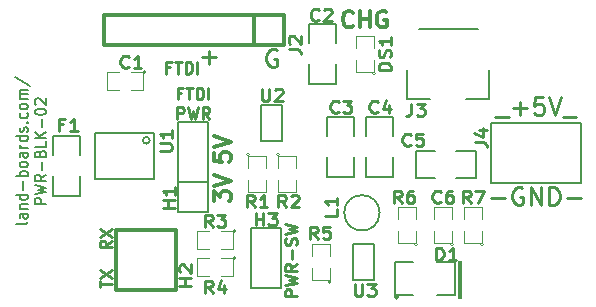
<source format=gto>
G04 (created by PCBNEW (2013-07-07 BZR 4022)-stable) date 1/4/2015 11:10:14 AM*
%MOIN*%
G04 Gerber Fmt 3.4, Leading zero omitted, Abs format*
%FSLAX34Y34*%
G01*
G70*
G90*
G04 APERTURE LIST*
%ADD10C,0.00590551*%
%ADD11C,0.00984252*%
%ADD12C,0.01375*%
%ADD13C,0.00738189*%
%ADD14C,0.00787402*%
%ADD15C,0.0039*%
%ADD16C,0.005*%
%ADD17C,0.006*%
%ADD18C,0.012*%
%ADD19C,0.008*%
%ADD20C,0.01*%
G04 APERTURE END LIST*
G54D10*
G54D11*
X59309Y-32114D02*
X59759Y-32114D01*
X60350Y-31776D02*
X60293Y-31748D01*
X60209Y-31748D01*
X60125Y-31776D01*
X60068Y-31832D01*
X60040Y-31889D01*
X60012Y-32001D01*
X60012Y-32085D01*
X60040Y-32198D01*
X60068Y-32254D01*
X60125Y-32310D01*
X60209Y-32339D01*
X60265Y-32339D01*
X60350Y-32310D01*
X60378Y-32282D01*
X60378Y-32085D01*
X60265Y-32085D01*
X60631Y-32339D02*
X60631Y-31748D01*
X60968Y-32339D01*
X60968Y-31748D01*
X61249Y-32339D02*
X61249Y-31748D01*
X61390Y-31748D01*
X61474Y-31776D01*
X61531Y-31832D01*
X61559Y-31889D01*
X61587Y-32001D01*
X61587Y-32085D01*
X61559Y-32198D01*
X61531Y-32254D01*
X61474Y-32310D01*
X61390Y-32339D01*
X61249Y-32339D01*
X61840Y-32114D02*
X62290Y-32114D01*
X52154Y-27176D02*
X52098Y-27148D01*
X52014Y-27148D01*
X51929Y-27176D01*
X51873Y-27232D01*
X51845Y-27289D01*
X51817Y-27401D01*
X51817Y-27485D01*
X51845Y-27598D01*
X51873Y-27654D01*
X51929Y-27710D01*
X52014Y-27739D01*
X52070Y-27739D01*
X52154Y-27710D01*
X52182Y-27682D01*
X52182Y-27485D01*
X52070Y-27485D01*
X48615Y-27753D02*
X48484Y-27753D01*
X48484Y-27959D02*
X48484Y-27565D01*
X48671Y-27565D01*
X48765Y-27565D02*
X48990Y-27565D01*
X48878Y-27959D02*
X48878Y-27565D01*
X49121Y-27959D02*
X49121Y-27565D01*
X49215Y-27565D01*
X49271Y-27584D01*
X49309Y-27621D01*
X49328Y-27659D01*
X49346Y-27734D01*
X49346Y-27790D01*
X49328Y-27865D01*
X49309Y-27903D01*
X49271Y-27940D01*
X49215Y-27959D01*
X49121Y-27959D01*
X49515Y-27959D02*
X49515Y-27565D01*
X48985Y-28614D02*
X48854Y-28614D01*
X48854Y-28820D02*
X48854Y-28427D01*
X49041Y-28427D01*
X49135Y-28427D02*
X49360Y-28427D01*
X49248Y-28820D02*
X49248Y-28427D01*
X49491Y-28820D02*
X49491Y-28427D01*
X49585Y-28427D01*
X49641Y-28445D01*
X49679Y-28483D01*
X49698Y-28520D01*
X49716Y-28595D01*
X49716Y-28652D01*
X49698Y-28727D01*
X49679Y-28764D01*
X49641Y-28802D01*
X49585Y-28820D01*
X49491Y-28820D01*
X49885Y-28820D02*
X49885Y-28427D01*
X48845Y-29470D02*
X48845Y-29076D01*
X48995Y-29076D01*
X49032Y-29095D01*
X49051Y-29114D01*
X49070Y-29151D01*
X49070Y-29207D01*
X49051Y-29245D01*
X49032Y-29264D01*
X48995Y-29282D01*
X48845Y-29282D01*
X49201Y-29076D02*
X49295Y-29470D01*
X49370Y-29189D01*
X49445Y-29470D01*
X49538Y-29076D01*
X49913Y-29470D02*
X49782Y-29282D01*
X49688Y-29470D02*
X49688Y-29076D01*
X49838Y-29076D01*
X49876Y-29095D01*
X49895Y-29114D01*
X49913Y-29151D01*
X49913Y-29207D01*
X49895Y-29245D01*
X49876Y-29264D01*
X49838Y-29282D01*
X49688Y-29282D01*
X59450Y-29395D02*
X59900Y-29395D01*
X60040Y-29114D02*
X60490Y-29114D01*
X60265Y-29339D02*
X60265Y-28889D01*
X61053Y-28748D02*
X60771Y-28748D01*
X60743Y-29029D01*
X60771Y-29001D01*
X60828Y-28973D01*
X60968Y-28973D01*
X61024Y-29001D01*
X61053Y-29029D01*
X61081Y-29085D01*
X61081Y-29226D01*
X61053Y-29282D01*
X61024Y-29310D01*
X60968Y-29339D01*
X60828Y-29339D01*
X60771Y-29310D01*
X60743Y-29282D01*
X61249Y-28748D02*
X61446Y-29339D01*
X61643Y-28748D01*
X61699Y-29395D02*
X62149Y-29395D01*
G54D12*
X54707Y-26370D02*
X54680Y-26396D01*
X54602Y-26422D01*
X54550Y-26422D01*
X54471Y-26396D01*
X54419Y-26344D01*
X54392Y-26291D01*
X54366Y-26186D01*
X54366Y-26108D01*
X54392Y-26003D01*
X54419Y-25951D01*
X54471Y-25898D01*
X54550Y-25872D01*
X54602Y-25872D01*
X54680Y-25898D01*
X54707Y-25925D01*
X54942Y-26422D02*
X54942Y-25872D01*
X54942Y-26134D02*
X55257Y-26134D01*
X55257Y-26422D02*
X55257Y-25872D01*
X55807Y-25898D02*
X55754Y-25872D01*
X55676Y-25872D01*
X55597Y-25898D01*
X55545Y-25951D01*
X55519Y-26003D01*
X55492Y-26108D01*
X55492Y-26186D01*
X55519Y-26291D01*
X55545Y-26344D01*
X55597Y-26396D01*
X55676Y-26422D01*
X55728Y-26422D01*
X55807Y-26396D01*
X55833Y-26370D01*
X55833Y-26186D01*
X55728Y-26186D01*
G54D11*
X52836Y-35374D02*
X52442Y-35374D01*
X52442Y-35224D01*
X52461Y-35186D01*
X52480Y-35167D01*
X52517Y-35149D01*
X52574Y-35149D01*
X52611Y-35167D01*
X52630Y-35186D01*
X52649Y-35224D01*
X52649Y-35374D01*
X52442Y-35017D02*
X52836Y-34924D01*
X52555Y-34849D01*
X52836Y-34774D01*
X52442Y-34680D01*
X52836Y-34305D02*
X52649Y-34436D01*
X52836Y-34530D02*
X52442Y-34530D01*
X52442Y-34380D01*
X52461Y-34342D01*
X52480Y-34324D01*
X52517Y-34305D01*
X52574Y-34305D01*
X52611Y-34324D01*
X52630Y-34342D01*
X52649Y-34380D01*
X52649Y-34530D01*
X52686Y-34136D02*
X52686Y-33836D01*
X52817Y-33667D02*
X52836Y-33611D01*
X52836Y-33517D01*
X52817Y-33480D01*
X52799Y-33461D01*
X52761Y-33443D01*
X52724Y-33443D01*
X52686Y-33461D01*
X52667Y-33480D01*
X52649Y-33517D01*
X52630Y-33592D01*
X52611Y-33630D01*
X52592Y-33649D01*
X52555Y-33667D01*
X52517Y-33667D01*
X52480Y-33649D01*
X52461Y-33630D01*
X52442Y-33592D01*
X52442Y-33499D01*
X52461Y-33443D01*
X52442Y-33311D02*
X52836Y-33218D01*
X52555Y-33143D01*
X52836Y-33068D01*
X52442Y-32974D01*
X49675Y-27414D02*
X50124Y-27414D01*
X49900Y-27639D02*
X49900Y-27189D01*
G54D12*
X50072Y-32219D02*
X50072Y-31878D01*
X50282Y-32061D01*
X50282Y-31983D01*
X50308Y-31930D01*
X50334Y-31904D01*
X50386Y-31878D01*
X50517Y-31878D01*
X50570Y-31904D01*
X50596Y-31930D01*
X50622Y-31983D01*
X50622Y-32140D01*
X50596Y-32192D01*
X50570Y-32219D01*
X50072Y-31721D02*
X50622Y-31538D01*
X50072Y-31354D01*
X50072Y-30604D02*
X50072Y-30866D01*
X50334Y-30892D01*
X50308Y-30866D01*
X50282Y-30814D01*
X50282Y-30683D01*
X50308Y-30630D01*
X50334Y-30604D01*
X50386Y-30578D01*
X50517Y-30578D01*
X50570Y-30604D01*
X50596Y-30630D01*
X50622Y-30683D01*
X50622Y-30814D01*
X50596Y-30866D01*
X50570Y-30892D01*
X50072Y-30421D02*
X50622Y-30238D01*
X50072Y-30054D01*
G54D11*
X46265Y-35084D02*
X46265Y-34859D01*
X46659Y-34971D02*
X46265Y-34971D01*
X46265Y-34765D02*
X46659Y-34503D01*
X46265Y-34503D02*
X46659Y-34765D01*
X46659Y-33528D02*
X46471Y-33659D01*
X46659Y-33753D02*
X46265Y-33753D01*
X46265Y-33603D01*
X46284Y-33565D01*
X46303Y-33546D01*
X46340Y-33528D01*
X46396Y-33528D01*
X46434Y-33546D01*
X46453Y-33565D01*
X46471Y-33603D01*
X46471Y-33753D01*
X46265Y-33396D02*
X46659Y-33134D01*
X46265Y-33134D02*
X46659Y-33396D01*
G54D13*
X43860Y-32921D02*
X43841Y-32955D01*
X43803Y-32972D01*
X43466Y-32972D01*
X43860Y-32634D02*
X43653Y-32634D01*
X43616Y-32651D01*
X43597Y-32685D01*
X43597Y-32753D01*
X43616Y-32786D01*
X43841Y-32634D02*
X43860Y-32668D01*
X43860Y-32753D01*
X43841Y-32786D01*
X43803Y-32803D01*
X43766Y-32803D01*
X43728Y-32786D01*
X43710Y-32753D01*
X43710Y-32668D01*
X43691Y-32634D01*
X43597Y-32466D02*
X43860Y-32466D01*
X43635Y-32466D02*
X43616Y-32449D01*
X43597Y-32415D01*
X43597Y-32365D01*
X43616Y-32331D01*
X43653Y-32314D01*
X43860Y-32314D01*
X43860Y-31993D02*
X43466Y-31993D01*
X43841Y-31993D02*
X43860Y-32027D01*
X43860Y-32095D01*
X43841Y-32128D01*
X43822Y-32145D01*
X43785Y-32162D01*
X43672Y-32162D01*
X43635Y-32145D01*
X43616Y-32128D01*
X43597Y-32095D01*
X43597Y-32027D01*
X43616Y-31993D01*
X43710Y-31825D02*
X43710Y-31555D01*
X43860Y-31386D02*
X43466Y-31386D01*
X43616Y-31386D02*
X43597Y-31352D01*
X43597Y-31285D01*
X43616Y-31251D01*
X43635Y-31234D01*
X43672Y-31217D01*
X43785Y-31217D01*
X43822Y-31234D01*
X43841Y-31251D01*
X43860Y-31285D01*
X43860Y-31352D01*
X43841Y-31386D01*
X43860Y-31015D02*
X43841Y-31048D01*
X43822Y-31065D01*
X43785Y-31082D01*
X43672Y-31082D01*
X43635Y-31065D01*
X43616Y-31048D01*
X43597Y-31015D01*
X43597Y-30964D01*
X43616Y-30930D01*
X43635Y-30913D01*
X43672Y-30897D01*
X43785Y-30897D01*
X43822Y-30913D01*
X43841Y-30930D01*
X43860Y-30964D01*
X43860Y-31015D01*
X43860Y-30593D02*
X43653Y-30593D01*
X43616Y-30610D01*
X43597Y-30643D01*
X43597Y-30711D01*
X43616Y-30745D01*
X43841Y-30593D02*
X43860Y-30627D01*
X43860Y-30711D01*
X43841Y-30745D01*
X43803Y-30762D01*
X43766Y-30762D01*
X43728Y-30745D01*
X43710Y-30711D01*
X43710Y-30627D01*
X43691Y-30593D01*
X43860Y-30424D02*
X43597Y-30424D01*
X43672Y-30424D02*
X43635Y-30407D01*
X43616Y-30390D01*
X43597Y-30357D01*
X43597Y-30323D01*
X43860Y-30053D02*
X43466Y-30053D01*
X43841Y-30053D02*
X43860Y-30087D01*
X43860Y-30154D01*
X43841Y-30188D01*
X43822Y-30205D01*
X43785Y-30222D01*
X43672Y-30222D01*
X43635Y-30205D01*
X43616Y-30188D01*
X43597Y-30154D01*
X43597Y-30087D01*
X43616Y-30053D01*
X43841Y-29901D02*
X43860Y-29867D01*
X43860Y-29800D01*
X43841Y-29766D01*
X43803Y-29749D01*
X43785Y-29749D01*
X43747Y-29766D01*
X43728Y-29800D01*
X43728Y-29850D01*
X43710Y-29884D01*
X43672Y-29901D01*
X43653Y-29901D01*
X43616Y-29884D01*
X43597Y-29850D01*
X43597Y-29800D01*
X43616Y-29766D01*
X43822Y-29597D02*
X43841Y-29580D01*
X43860Y-29597D01*
X43841Y-29614D01*
X43822Y-29597D01*
X43860Y-29597D01*
X43841Y-29277D02*
X43860Y-29311D01*
X43860Y-29378D01*
X43841Y-29412D01*
X43822Y-29429D01*
X43785Y-29446D01*
X43672Y-29446D01*
X43635Y-29429D01*
X43616Y-29412D01*
X43597Y-29378D01*
X43597Y-29311D01*
X43616Y-29277D01*
X43860Y-29074D02*
X43841Y-29108D01*
X43822Y-29125D01*
X43785Y-29142D01*
X43672Y-29142D01*
X43635Y-29125D01*
X43616Y-29108D01*
X43597Y-29074D01*
X43597Y-29024D01*
X43616Y-28990D01*
X43635Y-28973D01*
X43672Y-28956D01*
X43785Y-28956D01*
X43822Y-28973D01*
X43841Y-28990D01*
X43860Y-29024D01*
X43860Y-29074D01*
X43860Y-28804D02*
X43597Y-28804D01*
X43635Y-28804D02*
X43616Y-28787D01*
X43597Y-28754D01*
X43597Y-28703D01*
X43616Y-28669D01*
X43653Y-28652D01*
X43860Y-28652D01*
X43653Y-28652D02*
X43616Y-28636D01*
X43597Y-28602D01*
X43597Y-28551D01*
X43616Y-28517D01*
X43653Y-28501D01*
X43860Y-28501D01*
X43447Y-28079D02*
X43953Y-28383D01*
X44485Y-32297D02*
X44091Y-32297D01*
X44091Y-32162D01*
X44110Y-32128D01*
X44128Y-32111D01*
X44166Y-32095D01*
X44222Y-32095D01*
X44260Y-32111D01*
X44278Y-32128D01*
X44297Y-32162D01*
X44297Y-32297D01*
X44091Y-31976D02*
X44485Y-31892D01*
X44203Y-31825D01*
X44485Y-31757D01*
X44091Y-31673D01*
X44485Y-31335D02*
X44297Y-31453D01*
X44485Y-31538D02*
X44091Y-31538D01*
X44091Y-31403D01*
X44110Y-31369D01*
X44128Y-31352D01*
X44166Y-31335D01*
X44222Y-31335D01*
X44260Y-31352D01*
X44278Y-31369D01*
X44297Y-31403D01*
X44297Y-31538D01*
X44335Y-31183D02*
X44335Y-30913D01*
X44278Y-30627D02*
X44297Y-30576D01*
X44316Y-30559D01*
X44353Y-30542D01*
X44410Y-30542D01*
X44447Y-30559D01*
X44466Y-30576D01*
X44485Y-30610D01*
X44485Y-30745D01*
X44091Y-30745D01*
X44091Y-30627D01*
X44110Y-30593D01*
X44128Y-30576D01*
X44166Y-30559D01*
X44203Y-30559D01*
X44241Y-30576D01*
X44260Y-30593D01*
X44278Y-30627D01*
X44278Y-30745D01*
X44485Y-30222D02*
X44485Y-30390D01*
X44091Y-30390D01*
X44485Y-30104D02*
X44091Y-30104D01*
X44485Y-29901D02*
X44260Y-30053D01*
X44091Y-29901D02*
X44316Y-30104D01*
X44335Y-29749D02*
X44335Y-29479D01*
X44091Y-29243D02*
X44091Y-29209D01*
X44110Y-29176D01*
X44128Y-29159D01*
X44166Y-29142D01*
X44241Y-29125D01*
X44335Y-29125D01*
X44410Y-29142D01*
X44447Y-29159D01*
X44466Y-29176D01*
X44485Y-29209D01*
X44485Y-29243D01*
X44466Y-29277D01*
X44447Y-29294D01*
X44410Y-29311D01*
X44335Y-29327D01*
X44241Y-29327D01*
X44166Y-29311D01*
X44128Y-29294D01*
X44110Y-29277D01*
X44091Y-29243D01*
X44128Y-28990D02*
X44110Y-28973D01*
X44091Y-28939D01*
X44091Y-28855D01*
X44110Y-28821D01*
X44128Y-28804D01*
X44166Y-28787D01*
X44203Y-28787D01*
X44260Y-28804D01*
X44485Y-29007D01*
X44485Y-28787D01*
G54D14*
X58228Y-34215D02*
X58228Y-35436D01*
X58307Y-34215D02*
X58307Y-35436D01*
G54D15*
X52250Y-30650D02*
G75*
G03X52250Y-30650I-50J0D01*
G74*
G01*
X52200Y-31100D02*
X52200Y-30700D01*
X52200Y-30700D02*
X52800Y-30700D01*
X52800Y-30700D02*
X52800Y-31100D01*
X52800Y-31500D02*
X52800Y-31900D01*
X52800Y-31900D02*
X52200Y-31900D01*
X52200Y-31900D02*
X52200Y-31500D01*
X51250Y-30650D02*
G75*
G03X51250Y-30650I-50J0D01*
G74*
G01*
X51200Y-31100D02*
X51200Y-30700D01*
X51200Y-30700D02*
X51800Y-30700D01*
X51800Y-30700D02*
X51800Y-31100D01*
X51800Y-31500D02*
X51800Y-31900D01*
X51800Y-31900D02*
X51200Y-31900D01*
X51200Y-31900D02*
X51200Y-31500D01*
G54D16*
X56220Y-35400D02*
G75*
G03X56220Y-35400I-70J0D01*
G74*
G01*
X56700Y-34250D02*
X56100Y-34250D01*
X56100Y-34250D02*
X56100Y-35350D01*
X56100Y-35350D02*
X56700Y-35350D01*
X57500Y-35350D02*
X58100Y-35350D01*
X58100Y-35350D02*
X58100Y-34250D01*
X58100Y-34250D02*
X57500Y-34250D01*
G54D15*
X53972Y-34901D02*
G75*
G03X53972Y-34901I-50J0D01*
G74*
G01*
X53922Y-34451D02*
X53922Y-34851D01*
X53922Y-34851D02*
X53322Y-34851D01*
X53322Y-34851D02*
X53322Y-34451D01*
X53322Y-34051D02*
X53322Y-33651D01*
X53322Y-33651D02*
X53922Y-33651D01*
X53922Y-33651D02*
X53922Y-34051D01*
X50800Y-33200D02*
G75*
G03X50800Y-33200I-50J0D01*
G74*
G01*
X50300Y-33200D02*
X50700Y-33200D01*
X50700Y-33200D02*
X50700Y-33800D01*
X50700Y-33800D02*
X50300Y-33800D01*
X49900Y-33800D02*
X49500Y-33800D01*
X49500Y-33800D02*
X49500Y-33200D01*
X49500Y-33200D02*
X49900Y-33200D01*
X59050Y-33650D02*
G75*
G03X59050Y-33650I-50J0D01*
G74*
G01*
X59000Y-33200D02*
X59000Y-33600D01*
X59000Y-33600D02*
X58400Y-33600D01*
X58400Y-33600D02*
X58400Y-33200D01*
X58400Y-32800D02*
X58400Y-32400D01*
X58400Y-32400D02*
X59000Y-32400D01*
X59000Y-32400D02*
X59000Y-32800D01*
X56850Y-33650D02*
G75*
G03X56850Y-33650I-50J0D01*
G74*
G01*
X56800Y-33200D02*
X56800Y-33600D01*
X56800Y-33600D02*
X56200Y-33600D01*
X56200Y-33600D02*
X56200Y-33200D01*
X56200Y-32800D02*
X56200Y-32400D01*
X56200Y-32400D02*
X56800Y-32400D01*
X56800Y-32400D02*
X56800Y-32800D01*
G54D17*
X49870Y-32582D02*
X48870Y-32582D01*
X48870Y-32582D02*
X48870Y-29582D01*
X48870Y-29582D02*
X49870Y-29582D01*
X49870Y-29582D02*
X49870Y-32582D01*
X48870Y-31582D02*
X49870Y-31582D01*
G54D18*
X46795Y-35173D02*
X46795Y-33173D01*
X46795Y-33173D02*
X48795Y-33173D01*
X48795Y-33173D02*
X48795Y-35173D01*
X48795Y-35173D02*
X46795Y-35173D01*
X52400Y-26000D02*
X52400Y-27000D01*
X52400Y-27000D02*
X46400Y-27000D01*
X46400Y-27000D02*
X46400Y-26000D01*
X46400Y-26000D02*
X52400Y-26000D01*
X51400Y-26000D02*
X51400Y-27000D01*
G54D15*
X47800Y-27900D02*
G75*
G03X47800Y-27900I-50J0D01*
G74*
G01*
X47300Y-27900D02*
X47700Y-27900D01*
X47700Y-27900D02*
X47700Y-28500D01*
X47700Y-28500D02*
X47300Y-28500D01*
X46900Y-28500D02*
X46500Y-28500D01*
X46500Y-28500D02*
X46500Y-27900D01*
X46500Y-27900D02*
X46900Y-27900D01*
X58050Y-33650D02*
G75*
G03X58050Y-33650I-50J0D01*
G74*
G01*
X58000Y-33200D02*
X58000Y-33600D01*
X58000Y-33600D02*
X57400Y-33600D01*
X57400Y-33600D02*
X57400Y-33200D01*
X57400Y-32800D02*
X57400Y-32400D01*
X57400Y-32400D02*
X58000Y-32400D01*
X58000Y-32400D02*
X58000Y-32800D01*
X50800Y-34100D02*
G75*
G03X50800Y-34100I-50J0D01*
G74*
G01*
X50300Y-34100D02*
X50700Y-34100D01*
X50700Y-34100D02*
X50700Y-34700D01*
X50700Y-34700D02*
X50300Y-34700D01*
X49900Y-34700D02*
X49500Y-34700D01*
X49500Y-34700D02*
X49500Y-34100D01*
X49500Y-34100D02*
X49900Y-34100D01*
G54D16*
X54689Y-33651D02*
X55389Y-33651D01*
X55389Y-33651D02*
X55389Y-34851D01*
X55389Y-34851D02*
X54689Y-34851D01*
X54689Y-34851D02*
X54689Y-33651D01*
X48061Y-29933D02*
X46111Y-29933D01*
X46111Y-29933D02*
X46111Y-31483D01*
X46111Y-31483D02*
X48061Y-31483D01*
X48061Y-31483D02*
X48061Y-29933D01*
X47923Y-30183D02*
G75*
G03X47923Y-30183I-111J0D01*
G74*
G01*
G54D10*
X55590Y-32600D02*
G75*
G03X55590Y-32600I-590J0D01*
G74*
G01*
X58464Y-28818D02*
X59251Y-28818D01*
X59251Y-28818D02*
X59251Y-27834D01*
X56496Y-27834D02*
X56496Y-28818D01*
X56496Y-28818D02*
X57283Y-28818D01*
X56889Y-26456D02*
X58858Y-26456D01*
G54D16*
X45607Y-30023D02*
X44707Y-30023D01*
X44707Y-30023D02*
X44707Y-30673D01*
X45607Y-31373D02*
X45607Y-32023D01*
X45607Y-32023D02*
X44707Y-32023D01*
X44707Y-32023D02*
X44707Y-31373D01*
X45607Y-30673D02*
X45607Y-30023D01*
X53250Y-28300D02*
X54150Y-28300D01*
X54150Y-28300D02*
X54150Y-27650D01*
X53250Y-26950D02*
X53250Y-26300D01*
X53250Y-26300D02*
X54150Y-26300D01*
X54150Y-26300D02*
X54150Y-26950D01*
X53250Y-27650D02*
X53250Y-28300D01*
G54D17*
X51311Y-33094D02*
X52311Y-33094D01*
X52311Y-33094D02*
X52311Y-35094D01*
X52311Y-35094D02*
X51311Y-35094D01*
X51311Y-35094D02*
X51311Y-33094D01*
G54D15*
X55450Y-27950D02*
G75*
G03X55450Y-27950I-50J0D01*
G74*
G01*
X55400Y-27500D02*
X55400Y-27900D01*
X55400Y-27900D02*
X54800Y-27900D01*
X54800Y-27900D02*
X54800Y-27500D01*
X54800Y-27100D02*
X54800Y-26700D01*
X54800Y-26700D02*
X55400Y-26700D01*
X55400Y-26700D02*
X55400Y-27100D01*
G54D16*
X51650Y-29000D02*
X52350Y-29000D01*
X52350Y-29000D02*
X52350Y-30200D01*
X52350Y-30200D02*
X51650Y-30200D01*
X51650Y-30200D02*
X51650Y-29000D01*
X53850Y-31400D02*
X54750Y-31400D01*
X54750Y-31400D02*
X54750Y-30750D01*
X53850Y-30050D02*
X53850Y-29400D01*
X53850Y-29400D02*
X54750Y-29400D01*
X54750Y-29400D02*
X54750Y-30050D01*
X53850Y-30750D02*
X53850Y-31400D01*
X58800Y-31450D02*
X58800Y-30550D01*
X58800Y-30550D02*
X58150Y-30550D01*
X57450Y-31450D02*
X56800Y-31450D01*
X56800Y-31450D02*
X56800Y-30550D01*
X56800Y-30550D02*
X57450Y-30550D01*
X58150Y-31450D02*
X58800Y-31450D01*
X55150Y-31400D02*
X56050Y-31400D01*
X56050Y-31400D02*
X56050Y-30750D01*
X55150Y-30050D02*
X55150Y-29400D01*
X55150Y-29400D02*
X56050Y-29400D01*
X56050Y-29400D02*
X56050Y-30050D01*
X55150Y-30750D02*
X55150Y-31400D01*
G54D19*
X62300Y-31600D02*
X59300Y-31600D01*
X59300Y-29600D02*
X62300Y-29600D01*
X62300Y-29600D02*
X62300Y-31600D01*
X59300Y-31600D02*
X59300Y-29600D01*
G54D20*
X52475Y-32411D02*
X52325Y-32221D01*
X52217Y-32411D02*
X52217Y-32011D01*
X52389Y-32011D01*
X52432Y-32030D01*
X52453Y-32050D01*
X52475Y-32088D01*
X52475Y-32145D01*
X52453Y-32183D01*
X52432Y-32202D01*
X52389Y-32221D01*
X52217Y-32221D01*
X52646Y-32050D02*
X52667Y-32030D01*
X52710Y-32011D01*
X52817Y-32011D01*
X52860Y-32030D01*
X52882Y-32050D01*
X52903Y-32088D01*
X52903Y-32126D01*
X52882Y-32183D01*
X52625Y-32411D01*
X52903Y-32411D01*
X51425Y-32411D02*
X51275Y-32221D01*
X51167Y-32411D02*
X51167Y-32011D01*
X51339Y-32011D01*
X51382Y-32030D01*
X51403Y-32050D01*
X51425Y-32088D01*
X51425Y-32145D01*
X51403Y-32183D01*
X51382Y-32202D01*
X51339Y-32221D01*
X51167Y-32221D01*
X51853Y-32411D02*
X51596Y-32411D01*
X51725Y-32411D02*
X51725Y-32011D01*
X51682Y-32069D01*
X51639Y-32107D01*
X51596Y-32126D01*
X57467Y-34161D02*
X57467Y-33761D01*
X57575Y-33761D01*
X57639Y-33780D01*
X57682Y-33819D01*
X57703Y-33857D01*
X57725Y-33933D01*
X57725Y-33990D01*
X57703Y-34066D01*
X57682Y-34104D01*
X57639Y-34142D01*
X57575Y-34161D01*
X57467Y-34161D01*
X58153Y-34161D02*
X57896Y-34161D01*
X58025Y-34161D02*
X58025Y-33761D01*
X57982Y-33819D01*
X57939Y-33857D01*
X57896Y-33876D01*
X53525Y-33461D02*
X53375Y-33271D01*
X53267Y-33461D02*
X53267Y-33061D01*
X53439Y-33061D01*
X53482Y-33080D01*
X53503Y-33100D01*
X53525Y-33138D01*
X53525Y-33195D01*
X53503Y-33233D01*
X53482Y-33252D01*
X53439Y-33271D01*
X53267Y-33271D01*
X53932Y-33061D02*
X53717Y-33061D01*
X53696Y-33252D01*
X53717Y-33233D01*
X53760Y-33214D01*
X53867Y-33214D01*
X53910Y-33233D01*
X53932Y-33252D01*
X53953Y-33290D01*
X53953Y-33385D01*
X53932Y-33423D01*
X53910Y-33442D01*
X53867Y-33461D01*
X53760Y-33461D01*
X53717Y-33442D01*
X53696Y-33423D01*
X50025Y-33061D02*
X49875Y-32871D01*
X49767Y-33061D02*
X49767Y-32661D01*
X49939Y-32661D01*
X49982Y-32680D01*
X50003Y-32700D01*
X50025Y-32738D01*
X50025Y-32795D01*
X50003Y-32833D01*
X49982Y-32852D01*
X49939Y-32871D01*
X49767Y-32871D01*
X50175Y-32661D02*
X50453Y-32661D01*
X50303Y-32814D01*
X50367Y-32814D01*
X50410Y-32833D01*
X50432Y-32852D01*
X50453Y-32890D01*
X50453Y-32985D01*
X50432Y-33023D01*
X50410Y-33042D01*
X50367Y-33061D01*
X50239Y-33061D01*
X50196Y-33042D01*
X50175Y-33023D01*
X58625Y-32261D02*
X58475Y-32071D01*
X58367Y-32261D02*
X58367Y-31861D01*
X58539Y-31861D01*
X58582Y-31880D01*
X58603Y-31900D01*
X58625Y-31938D01*
X58625Y-31995D01*
X58603Y-32033D01*
X58582Y-32052D01*
X58539Y-32071D01*
X58367Y-32071D01*
X58775Y-31861D02*
X59075Y-31861D01*
X58882Y-32261D01*
X56325Y-32261D02*
X56175Y-32071D01*
X56067Y-32261D02*
X56067Y-31861D01*
X56239Y-31861D01*
X56282Y-31880D01*
X56303Y-31900D01*
X56325Y-31938D01*
X56325Y-31995D01*
X56303Y-32033D01*
X56282Y-32052D01*
X56239Y-32071D01*
X56067Y-32071D01*
X56710Y-31861D02*
X56625Y-31861D01*
X56582Y-31880D01*
X56560Y-31900D01*
X56517Y-31957D01*
X56496Y-32033D01*
X56496Y-32185D01*
X56517Y-32223D01*
X56539Y-32242D01*
X56582Y-32261D01*
X56667Y-32261D01*
X56710Y-32242D01*
X56732Y-32223D01*
X56753Y-32185D01*
X56753Y-32090D01*
X56732Y-32052D01*
X56710Y-32033D01*
X56667Y-32014D01*
X56582Y-32014D01*
X56539Y-32033D01*
X56517Y-32052D01*
X56496Y-32090D01*
X48761Y-32442D02*
X48361Y-32442D01*
X48552Y-32442D02*
X48552Y-32185D01*
X48761Y-32185D02*
X48361Y-32185D01*
X48761Y-31735D02*
X48761Y-31992D01*
X48761Y-31864D02*
X48361Y-31864D01*
X48419Y-31907D01*
X48457Y-31950D01*
X48476Y-31992D01*
X49315Y-35027D02*
X48915Y-35027D01*
X49105Y-35027D02*
X49105Y-34770D01*
X49315Y-34770D02*
X48915Y-34770D01*
X48953Y-34577D02*
X48934Y-34556D01*
X48915Y-34513D01*
X48915Y-34406D01*
X48934Y-34363D01*
X48953Y-34342D01*
X48991Y-34320D01*
X49029Y-34320D01*
X49086Y-34342D01*
X49315Y-34599D01*
X49315Y-34320D01*
X52561Y-27150D02*
X52847Y-27150D01*
X52904Y-27171D01*
X52942Y-27214D01*
X52961Y-27278D01*
X52961Y-27321D01*
X52600Y-26957D02*
X52580Y-26935D01*
X52561Y-26892D01*
X52561Y-26785D01*
X52580Y-26742D01*
X52600Y-26721D01*
X52638Y-26700D01*
X52676Y-26700D01*
X52733Y-26721D01*
X52961Y-26978D01*
X52961Y-26700D01*
X47225Y-27723D02*
X47203Y-27742D01*
X47139Y-27761D01*
X47096Y-27761D01*
X47032Y-27742D01*
X46989Y-27704D01*
X46967Y-27666D01*
X46946Y-27590D01*
X46946Y-27533D01*
X46967Y-27457D01*
X46989Y-27419D01*
X47032Y-27380D01*
X47096Y-27361D01*
X47139Y-27361D01*
X47203Y-27380D01*
X47225Y-27400D01*
X47653Y-27761D02*
X47396Y-27761D01*
X47525Y-27761D02*
X47525Y-27361D01*
X47482Y-27419D01*
X47439Y-27457D01*
X47396Y-27476D01*
X57625Y-32223D02*
X57603Y-32242D01*
X57539Y-32261D01*
X57496Y-32261D01*
X57432Y-32242D01*
X57389Y-32204D01*
X57367Y-32166D01*
X57346Y-32090D01*
X57346Y-32033D01*
X57367Y-31957D01*
X57389Y-31919D01*
X57432Y-31880D01*
X57496Y-31861D01*
X57539Y-31861D01*
X57603Y-31880D01*
X57625Y-31900D01*
X58010Y-31861D02*
X57925Y-31861D01*
X57882Y-31880D01*
X57860Y-31900D01*
X57817Y-31957D01*
X57796Y-32033D01*
X57796Y-32185D01*
X57817Y-32223D01*
X57839Y-32242D01*
X57882Y-32261D01*
X57967Y-32261D01*
X58010Y-32242D01*
X58032Y-32223D01*
X58053Y-32185D01*
X58053Y-32090D01*
X58032Y-32052D01*
X58010Y-32033D01*
X57967Y-32014D01*
X57882Y-32014D01*
X57839Y-32033D01*
X57817Y-32052D01*
X57796Y-32090D01*
X50025Y-35261D02*
X49875Y-35071D01*
X49767Y-35261D02*
X49767Y-34861D01*
X49939Y-34861D01*
X49982Y-34880D01*
X50003Y-34900D01*
X50025Y-34938D01*
X50025Y-34995D01*
X50003Y-35033D01*
X49982Y-35052D01*
X49939Y-35071D01*
X49767Y-35071D01*
X50410Y-34995D02*
X50410Y-35261D01*
X50303Y-34842D02*
X50196Y-35128D01*
X50475Y-35128D01*
X54757Y-34961D02*
X54757Y-35285D01*
X54778Y-35323D01*
X54800Y-35342D01*
X54842Y-35361D01*
X54928Y-35361D01*
X54971Y-35342D01*
X54992Y-35323D01*
X55014Y-35285D01*
X55014Y-34961D01*
X55185Y-34961D02*
X55464Y-34961D01*
X55314Y-35114D01*
X55378Y-35114D01*
X55421Y-35133D01*
X55442Y-35152D01*
X55464Y-35190D01*
X55464Y-35285D01*
X55442Y-35323D01*
X55421Y-35342D01*
X55378Y-35361D01*
X55250Y-35361D01*
X55207Y-35342D01*
X55185Y-35323D01*
X48261Y-30542D02*
X48585Y-30542D01*
X48623Y-30521D01*
X48642Y-30500D01*
X48661Y-30457D01*
X48661Y-30371D01*
X48642Y-30328D01*
X48623Y-30307D01*
X48585Y-30285D01*
X48261Y-30285D01*
X48661Y-29835D02*
X48661Y-30092D01*
X48661Y-29964D02*
X48261Y-29964D01*
X48319Y-30007D01*
X48357Y-30050D01*
X48376Y-30092D01*
X54161Y-32474D02*
X54161Y-32689D01*
X53761Y-32689D01*
X54161Y-32089D02*
X54161Y-32346D01*
X54161Y-32217D02*
X53761Y-32217D01*
X53819Y-32260D01*
X53857Y-32303D01*
X53876Y-32346D01*
X56650Y-28961D02*
X56650Y-29247D01*
X56628Y-29304D01*
X56585Y-29342D01*
X56521Y-29361D01*
X56478Y-29361D01*
X56821Y-28961D02*
X57100Y-28961D01*
X56950Y-29114D01*
X57014Y-29114D01*
X57057Y-29133D01*
X57078Y-29152D01*
X57100Y-29190D01*
X57100Y-29285D01*
X57078Y-29323D01*
X57057Y-29342D01*
X57014Y-29361D01*
X56885Y-29361D01*
X56842Y-29342D01*
X56821Y-29323D01*
X45050Y-29652D02*
X44900Y-29652D01*
X44900Y-29861D02*
X44900Y-29461D01*
X45114Y-29461D01*
X45521Y-29861D02*
X45264Y-29861D01*
X45392Y-29861D02*
X45392Y-29461D01*
X45350Y-29519D01*
X45307Y-29557D01*
X45264Y-29576D01*
X53565Y-26163D02*
X53544Y-26183D01*
X53480Y-26202D01*
X53437Y-26202D01*
X53373Y-26183D01*
X53330Y-26144D01*
X53308Y-26106D01*
X53287Y-26030D01*
X53287Y-25973D01*
X53308Y-25897D01*
X53330Y-25859D01*
X53373Y-25821D01*
X53437Y-25802D01*
X53480Y-25802D01*
X53544Y-25821D01*
X53565Y-25840D01*
X53737Y-25840D02*
X53758Y-25821D01*
X53801Y-25802D01*
X53908Y-25802D01*
X53951Y-25821D01*
X53973Y-25840D01*
X53994Y-25878D01*
X53994Y-25916D01*
X53973Y-25973D01*
X53715Y-26202D01*
X53994Y-26202D01*
X51457Y-33011D02*
X51457Y-32611D01*
X51457Y-32802D02*
X51714Y-32802D01*
X51714Y-33011D02*
X51714Y-32611D01*
X51885Y-32611D02*
X52164Y-32611D01*
X52014Y-32764D01*
X52078Y-32764D01*
X52121Y-32783D01*
X52142Y-32802D01*
X52164Y-32840D01*
X52164Y-32935D01*
X52142Y-32973D01*
X52121Y-32992D01*
X52078Y-33011D01*
X51950Y-33011D01*
X51907Y-32992D01*
X51885Y-32973D01*
X55961Y-27846D02*
X55561Y-27846D01*
X55561Y-27739D01*
X55580Y-27675D01*
X55619Y-27632D01*
X55657Y-27610D01*
X55733Y-27589D01*
X55790Y-27589D01*
X55866Y-27610D01*
X55904Y-27632D01*
X55942Y-27675D01*
X55961Y-27739D01*
X55961Y-27846D01*
X55942Y-27417D02*
X55961Y-27353D01*
X55961Y-27246D01*
X55942Y-27203D01*
X55923Y-27182D01*
X55885Y-27160D01*
X55847Y-27160D01*
X55809Y-27182D01*
X55790Y-27203D01*
X55771Y-27246D01*
X55752Y-27332D01*
X55733Y-27375D01*
X55714Y-27396D01*
X55676Y-27417D01*
X55638Y-27417D01*
X55600Y-27396D01*
X55580Y-27375D01*
X55561Y-27332D01*
X55561Y-27225D01*
X55580Y-27160D01*
X55961Y-26732D02*
X55961Y-26989D01*
X55961Y-26860D02*
X55561Y-26860D01*
X55619Y-26903D01*
X55657Y-26946D01*
X55676Y-26989D01*
X51657Y-28461D02*
X51657Y-28785D01*
X51678Y-28823D01*
X51700Y-28842D01*
X51742Y-28861D01*
X51828Y-28861D01*
X51871Y-28842D01*
X51892Y-28823D01*
X51914Y-28785D01*
X51914Y-28461D01*
X52107Y-28500D02*
X52128Y-28480D01*
X52171Y-28461D01*
X52278Y-28461D01*
X52321Y-28480D01*
X52342Y-28500D01*
X52364Y-28538D01*
X52364Y-28576D01*
X52342Y-28633D01*
X52085Y-28861D01*
X52364Y-28861D01*
X54225Y-29223D02*
X54203Y-29242D01*
X54139Y-29261D01*
X54096Y-29261D01*
X54032Y-29242D01*
X53989Y-29204D01*
X53967Y-29166D01*
X53946Y-29090D01*
X53946Y-29033D01*
X53967Y-28957D01*
X53989Y-28919D01*
X54032Y-28880D01*
X54096Y-28861D01*
X54139Y-28861D01*
X54203Y-28880D01*
X54225Y-28900D01*
X54375Y-28861D02*
X54653Y-28861D01*
X54503Y-29014D01*
X54567Y-29014D01*
X54610Y-29033D01*
X54632Y-29052D01*
X54653Y-29090D01*
X54653Y-29185D01*
X54632Y-29223D01*
X54610Y-29242D01*
X54567Y-29261D01*
X54439Y-29261D01*
X54396Y-29242D01*
X54375Y-29223D01*
X56625Y-30323D02*
X56603Y-30342D01*
X56539Y-30361D01*
X56496Y-30361D01*
X56432Y-30342D01*
X56389Y-30304D01*
X56367Y-30266D01*
X56346Y-30190D01*
X56346Y-30133D01*
X56367Y-30057D01*
X56389Y-30019D01*
X56432Y-29980D01*
X56496Y-29961D01*
X56539Y-29961D01*
X56603Y-29980D01*
X56625Y-30000D01*
X57032Y-29961D02*
X56817Y-29961D01*
X56796Y-30152D01*
X56817Y-30133D01*
X56860Y-30114D01*
X56967Y-30114D01*
X57010Y-30133D01*
X57032Y-30152D01*
X57053Y-30190D01*
X57053Y-30285D01*
X57032Y-30323D01*
X57010Y-30342D01*
X56967Y-30361D01*
X56860Y-30361D01*
X56817Y-30342D01*
X56796Y-30323D01*
X55525Y-29223D02*
X55503Y-29242D01*
X55439Y-29261D01*
X55396Y-29261D01*
X55332Y-29242D01*
X55289Y-29204D01*
X55267Y-29166D01*
X55246Y-29090D01*
X55246Y-29033D01*
X55267Y-28957D01*
X55289Y-28919D01*
X55332Y-28880D01*
X55396Y-28861D01*
X55439Y-28861D01*
X55503Y-28880D01*
X55525Y-28900D01*
X55910Y-28995D02*
X55910Y-29261D01*
X55803Y-28842D02*
X55696Y-29128D01*
X55975Y-29128D01*
X58761Y-30250D02*
X59047Y-30250D01*
X59104Y-30271D01*
X59142Y-30314D01*
X59161Y-30378D01*
X59161Y-30421D01*
X58895Y-29842D02*
X59161Y-29842D01*
X58742Y-29950D02*
X59028Y-30057D01*
X59028Y-29778D01*
M02*

</source>
